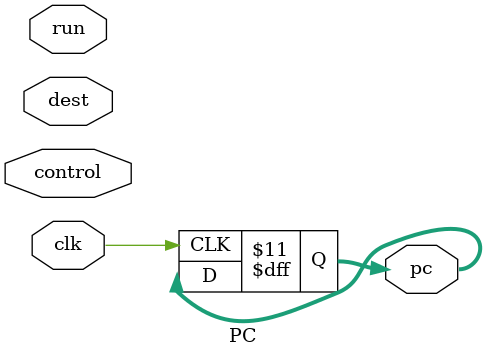
<source format=v>
module PC (
input run,
input clk,
input [31:0] dest,
input control,
output reg [31:0] pc
);
reg [1:0] f;
initial
begin
	pc <= 0;
	f <= 0;
end
always @(posedge clk)
begin
	case (f)
		1'd0: f <= f + 1;
		1'd1: f <= f + 1;
		1'd2: begin
			if (control) pc <= dest & run;
			else pc <= (pc + 1) & run;
		f <= 0;
		end
	endcase
end
endmodule
</source>
